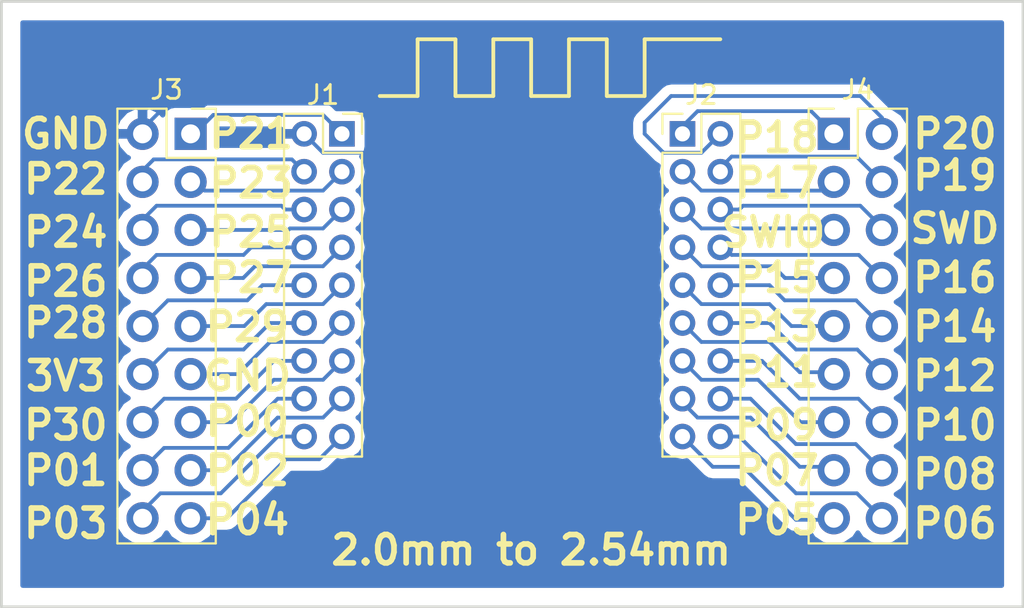
<source format=kicad_pcb>
(kicad_pcb (version 4) (host pcbnew 4.0.6-e0-6349~53~ubuntu16.04.1)

  (general
    (links 36)
    (no_connects 0)
    (area 99.204999 63.184999 153.355001 95.335001)
    (thickness 1.6)
    (drawings 56)
    (tracks 191)
    (zones 0)
    (modules 4)
    (nets 37)
  )

  (page USLetter)
  (title_block
    (rev 0.1)
  )

  (layers
    (0 F.Cu signal)
    (31 B.Cu signal)
    (32 B.Adhes user)
    (33 F.Adhes user)
    (34 B.Paste user)
    (35 F.Paste user)
    (36 B.SilkS user)
    (37 F.SilkS user)
    (38 B.Mask user)
    (39 F.Mask user)
    (40 Dwgs.User user)
    (41 Cmts.User user)
    (42 Eco1.User user)
    (43 Eco2.User user)
    (44 Edge.Cuts user)
    (45 Margin user)
    (46 B.CrtYd user)
    (47 F.CrtYd user)
    (48 B.Fab user)
    (49 F.Fab user)
  )

  (setup
    (last_trace_width 0.2)
    (user_trace_width 0.1)
    (user_trace_width 0.15)
    (user_trace_width 0.2)
    (user_trace_width 0.25)
    (user_trace_width 0.3)
    (trace_clearance 0.2)
    (zone_clearance 0.508)
    (zone_45_only no)
    (trace_min 0.1)
    (segment_width 0.2)
    (edge_width 0.15)
    (via_size 0.6)
    (via_drill 0.4)
    (via_min_size 0.4)
    (via_min_drill 0.3)
    (uvia_size 0.3)
    (uvia_drill 0.1)
    (uvias_allowed no)
    (uvia_min_size 0.2)
    (uvia_min_drill 0.1)
    (pcb_text_width 0.3)
    (pcb_text_size 1.5 1.5)
    (mod_edge_width 0.15)
    (mod_text_size 1 1)
    (mod_text_width 0.15)
    (pad_size 1.35 1.35)
    (pad_drill 0.8)
    (pad_to_mask_clearance 0.2)
    (aux_axis_origin 0 0)
    (visible_elements FFFFFF7F)
    (pcbplotparams
      (layerselection 0x010e0_80000000)
      (usegerberextensions false)
      (excludeedgelayer false)
      (linewidth 0.100000)
      (plotframeref false)
      (viasonmask false)
      (mode 1)
      (useauxorigin false)
      (hpglpennumber 1)
      (hpglpenspeed 20)
      (hpglpendiameter 15)
      (hpglpenoverlay 2)
      (psnegative false)
      (psa4output false)
      (plotreference true)
      (plotvalue true)
      (plotinvisibletext false)
      (padsonsilk false)
      (subtractmaskfromsilk false)
      (outputformat 1)
      (mirror false)
      (drillshape 0)
      (scaleselection 1)
      (outputdirectory pitchAdapterPrint/))
  )

  (net 0 "")
  (net 1 "Net-(J1-Pad1)")
  (net 2 "Net-(J1-Pad2)")
  (net 3 "Net-(J1-Pad3)")
  (net 4 "Net-(J1-Pad4)")
  (net 5 "Net-(J1-Pad5)")
  (net 6 "Net-(J1-Pad6)")
  (net 7 "Net-(J1-Pad7)")
  (net 8 "Net-(J1-Pad8)")
  (net 9 "Net-(J1-Pad9)")
  (net 10 "Net-(J1-Pad10)")
  (net 11 "Net-(J1-Pad11)")
  (net 12 "Net-(J1-Pad12)")
  (net 13 "Net-(J1-Pad13)")
  (net 14 "Net-(J1-Pad14)")
  (net 15 "Net-(J1-Pad15)")
  (net 16 "Net-(J1-Pad16)")
  (net 17 "Net-(J1-Pad17)")
  (net 18 "Net-(J1-Pad18)")
  (net 19 "Net-(J2-Pad1)")
  (net 20 "Net-(J2-Pad2)")
  (net 21 "Net-(J2-Pad3)")
  (net 22 "Net-(J2-Pad4)")
  (net 23 "Net-(J2-Pad5)")
  (net 24 "Net-(J2-Pad6)")
  (net 25 "Net-(J2-Pad7)")
  (net 26 "Net-(J2-Pad8)")
  (net 27 "Net-(J2-Pad9)")
  (net 28 "Net-(J2-Pad10)")
  (net 29 "Net-(J2-Pad11)")
  (net 30 "Net-(J2-Pad12)")
  (net 31 "Net-(J2-Pad13)")
  (net 32 "Net-(J2-Pad14)")
  (net 33 "Net-(J2-Pad15)")
  (net 34 "Net-(J2-Pad16)")
  (net 35 "Net-(J2-Pad17)")
  (net 36 "Net-(J2-Pad18)")

  (net_class Default "This is the default net class."
    (clearance 0.2)
    (trace_width 0.25)
    (via_dia 0.6)
    (via_drill 0.4)
    (uvia_dia 0.3)
    (uvia_drill 0.1)
    (add_net "Net-(J1-Pad1)")
    (add_net "Net-(J1-Pad10)")
    (add_net "Net-(J1-Pad11)")
    (add_net "Net-(J1-Pad12)")
    (add_net "Net-(J1-Pad13)")
    (add_net "Net-(J1-Pad14)")
    (add_net "Net-(J1-Pad15)")
    (add_net "Net-(J1-Pad16)")
    (add_net "Net-(J1-Pad17)")
    (add_net "Net-(J1-Pad18)")
    (add_net "Net-(J1-Pad2)")
    (add_net "Net-(J1-Pad3)")
    (add_net "Net-(J1-Pad4)")
    (add_net "Net-(J1-Pad5)")
    (add_net "Net-(J1-Pad6)")
    (add_net "Net-(J1-Pad7)")
    (add_net "Net-(J1-Pad8)")
    (add_net "Net-(J1-Pad9)")
    (add_net "Net-(J2-Pad1)")
    (add_net "Net-(J2-Pad10)")
    (add_net "Net-(J2-Pad11)")
    (add_net "Net-(J2-Pad12)")
    (add_net "Net-(J2-Pad13)")
    (add_net "Net-(J2-Pad14)")
    (add_net "Net-(J2-Pad15)")
    (add_net "Net-(J2-Pad16)")
    (add_net "Net-(J2-Pad17)")
    (add_net "Net-(J2-Pad18)")
    (add_net "Net-(J2-Pad2)")
    (add_net "Net-(J2-Pad3)")
    (add_net "Net-(J2-Pad4)")
    (add_net "Net-(J2-Pad5)")
    (add_net "Net-(J2-Pad6)")
    (add_net "Net-(J2-Pad7)")
    (add_net "Net-(J2-Pad8)")
    (add_net "Net-(J2-Pad9)")
  )

  (module Socket_Strips:Socket_Strip_Straight_2x09_Pitch2.00mm (layer F.Cu) (tedit 58CD5450) (tstamp 5941B04B)
    (at 117.28 70.26)
    (descr "Through hole straight socket strip, 2x09, 2.00mm pitch, double rows")
    (tags "Through hole socket strip THT 2x09 2.00mm double row")
    (path /594057EB)
    (fp_text reference J1 (at -1 -2.06) (layer F.SilkS)
      (effects (font (size 1 1) (thickness 0.15)))
    )
    (fp_text value CONN_02X09 (at -1 18.06) (layer F.Fab)
      (effects (font (size 1 1) (thickness 0.15)))
    )
    (fp_line (start -3 -1) (end -3 17) (layer F.Fab) (width 0.1))
    (fp_line (start -3 17) (end 1 17) (layer F.Fab) (width 0.1))
    (fp_line (start 1 17) (end 1 -1) (layer F.Fab) (width 0.1))
    (fp_line (start 1 -1) (end -3 -1) (layer F.Fab) (width 0.1))
    (fp_line (start 1.06 1) (end 1.06 17.06) (layer F.SilkS) (width 0.12))
    (fp_line (start 1.06 17.06) (end -3.06 17.06) (layer F.SilkS) (width 0.12))
    (fp_line (start -3.06 17.06) (end -3.06 -1.06) (layer F.SilkS) (width 0.12))
    (fp_line (start -3.06 -1.06) (end -1 -1.06) (layer F.SilkS) (width 0.12))
    (fp_line (start -1 -1.06) (end -1 1) (layer F.SilkS) (width 0.12))
    (fp_line (start -1 1) (end 1.06 1) (layer F.SilkS) (width 0.12))
    (fp_line (start 1.06 0) (end 1.06 -1.06) (layer F.SilkS) (width 0.12))
    (fp_line (start 1.06 -1.06) (end 0.06 -1.06) (layer F.SilkS) (width 0.12))
    (fp_line (start -3.5 -1.5) (end -3.5 17.5) (layer F.CrtYd) (width 0.05))
    (fp_line (start -3.5 17.5) (end 1.5 17.5) (layer F.CrtYd) (width 0.05))
    (fp_line (start 1.5 17.5) (end 1.5 -1.5) (layer F.CrtYd) (width 0.05))
    (fp_line (start 1.5 -1.5) (end -3.5 -1.5) (layer F.CrtYd) (width 0.05))
    (fp_text user %R (at -1 -2.06) (layer F.Fab)
      (effects (font (size 1 1) (thickness 0.15)))
    )
    (pad 1 thru_hole rect (at 0 0) (size 1.35 1.35) (drill 0.8) (layers *.Cu *.Mask)
      (net 1 "Net-(J1-Pad1)"))
    (pad 2 thru_hole oval (at -2 0) (size 1.35 1.35) (drill 0.8) (layers *.Cu *.Mask)
      (net 2 "Net-(J1-Pad2)"))
    (pad 3 thru_hole oval (at 0 2) (size 1.35 1.35) (drill 0.8) (layers *.Cu *.Mask)
      (net 3 "Net-(J1-Pad3)"))
    (pad 4 thru_hole oval (at -2 2) (size 1.35 1.35) (drill 0.8) (layers *.Cu *.Mask)
      (net 4 "Net-(J1-Pad4)"))
    (pad 5 thru_hole oval (at 0 4) (size 1.35 1.35) (drill 0.8) (layers *.Cu *.Mask)
      (net 5 "Net-(J1-Pad5)"))
    (pad 6 thru_hole oval (at -2 4) (size 1.35 1.35) (drill 0.8) (layers *.Cu *.Mask)
      (net 6 "Net-(J1-Pad6)"))
    (pad 7 thru_hole oval (at 0 6) (size 1.35 1.35) (drill 0.8) (layers *.Cu *.Mask)
      (net 7 "Net-(J1-Pad7)"))
    (pad 8 thru_hole oval (at -2 6) (size 1.35 1.35) (drill 0.8) (layers *.Cu *.Mask)
      (net 8 "Net-(J1-Pad8)"))
    (pad 9 thru_hole oval (at 0 8) (size 1.35 1.35) (drill 0.8) (layers *.Cu *.Mask)
      (net 9 "Net-(J1-Pad9)"))
    (pad 10 thru_hole oval (at -2 8) (size 1.35 1.35) (drill 0.8) (layers *.Cu *.Mask)
      (net 10 "Net-(J1-Pad10)"))
    (pad 11 thru_hole oval (at 0 10) (size 1.35 1.35) (drill 0.8) (layers *.Cu *.Mask)
      (net 11 "Net-(J1-Pad11)"))
    (pad 12 thru_hole oval (at -2 10) (size 1.35 1.35) (drill 0.8) (layers *.Cu *.Mask)
      (net 12 "Net-(J1-Pad12)"))
    (pad 13 thru_hole oval (at 0 12) (size 1.35 1.35) (drill 0.8) (layers *.Cu *.Mask)
      (net 13 "Net-(J1-Pad13)"))
    (pad 14 thru_hole oval (at -2 12) (size 1.35 1.35) (drill 0.8) (layers *.Cu *.Mask)
      (net 14 "Net-(J1-Pad14)"))
    (pad 15 thru_hole oval (at 0 14) (size 1.35 1.35) (drill 0.8) (layers *.Cu *.Mask)
      (net 15 "Net-(J1-Pad15)"))
    (pad 16 thru_hole oval (at -2 14) (size 1.35 1.35) (drill 0.8) (layers *.Cu *.Mask)
      (net 16 "Net-(J1-Pad16)"))
    (pad 17 thru_hole oval (at 0 16) (size 1.35 1.35) (drill 0.8) (layers *.Cu *.Mask)
      (net 17 "Net-(J1-Pad17)"))
    (pad 18 thru_hole oval (at -2 16) (size 1.35 1.35) (drill 0.8) (layers *.Cu *.Mask)
      (net 18 "Net-(J1-Pad18)"))
    (model ${KISYS3DMOD}/Socket_Strips.3dshapes/Socket_Strip_Straight_2x09_Pitch2.00mm.wrl
      (at (xyz 0 0 0))
      (scale (xyz 1 1 1))
      (rotate (xyz 0 0 0))
    )
  )

  (module Pin_Headers:Pin_Header_Straight_2x09_Pitch2.00mm (layer F.Cu) (tedit 58CD4ECD) (tstamp 5941B061)
    (at 135.28 70.26)
    (descr "Through hole straight pin header, 2x09, 2.00mm pitch, double rows")
    (tags "Through hole pin header THT 2x09 2.00mm double row")
    (path /5941AE08)
    (fp_text reference J2 (at 1 -2.06) (layer F.SilkS)
      (effects (font (size 1 1) (thickness 0.15)))
    )
    (fp_text value CONN_02X09 (at 1 18.06) (layer F.Fab)
      (effects (font (size 1 1) (thickness 0.15)))
    )
    (fp_line (start -1 -1) (end -1 17) (layer F.Fab) (width 0.1))
    (fp_line (start -1 17) (end 3 17) (layer F.Fab) (width 0.1))
    (fp_line (start 3 17) (end 3 -1) (layer F.Fab) (width 0.1))
    (fp_line (start 3 -1) (end -1 -1) (layer F.Fab) (width 0.1))
    (fp_line (start -1.06 1) (end -1.06 17.06) (layer F.SilkS) (width 0.12))
    (fp_line (start -1.06 17.06) (end 3.06 17.06) (layer F.SilkS) (width 0.12))
    (fp_line (start 3.06 17.06) (end 3.06 -1.06) (layer F.SilkS) (width 0.12))
    (fp_line (start 3.06 -1.06) (end 1 -1.06) (layer F.SilkS) (width 0.12))
    (fp_line (start 1 -1.06) (end 1 1) (layer F.SilkS) (width 0.12))
    (fp_line (start 1 1) (end -1.06 1) (layer F.SilkS) (width 0.12))
    (fp_line (start -1.06 0) (end -1.06 -1.06) (layer F.SilkS) (width 0.12))
    (fp_line (start -1.06 -1.06) (end 0 -1.06) (layer F.SilkS) (width 0.12))
    (fp_line (start -1.5 -1.5) (end -1.5 17.5) (layer F.CrtYd) (width 0.05))
    (fp_line (start -1.5 17.5) (end 3.5 17.5) (layer F.CrtYd) (width 0.05))
    (fp_line (start 3.5 17.5) (end 3.5 -1.5) (layer F.CrtYd) (width 0.05))
    (fp_line (start 3.5 -1.5) (end -1.5 -1.5) (layer F.CrtYd) (width 0.05))
    (fp_text user %R (at 1 -2.06) (layer F.Fab)
      (effects (font (size 1 1) (thickness 0.15)))
    )
    (pad 1 thru_hole rect (at 0 0) (size 1.35 1.35) (drill 0.8) (layers *.Cu *.Mask)
      (net 19 "Net-(J2-Pad1)"))
    (pad 2 thru_hole oval (at 2 0) (size 1.35 1.35) (drill 0.8) (layers *.Cu *.Mask)
      (net 20 "Net-(J2-Pad2)"))
    (pad 3 thru_hole oval (at 0 2) (size 1.35 1.35) (drill 0.8) (layers *.Cu *.Mask)
      (net 21 "Net-(J2-Pad3)"))
    (pad 4 thru_hole oval (at 2 2) (size 1.35 1.35) (drill 0.8) (layers *.Cu *.Mask)
      (net 22 "Net-(J2-Pad4)"))
    (pad 5 thru_hole oval (at 0 4) (size 1.35 1.35) (drill 0.8) (layers *.Cu *.Mask)
      (net 23 "Net-(J2-Pad5)"))
    (pad 6 thru_hole oval (at 2 4) (size 1.35 1.35) (drill 0.8) (layers *.Cu *.Mask)
      (net 24 "Net-(J2-Pad6)"))
    (pad 7 thru_hole oval (at 0 6) (size 1.35 1.35) (drill 0.8) (layers *.Cu *.Mask)
      (net 25 "Net-(J2-Pad7)"))
    (pad 8 thru_hole oval (at 2 6) (size 1.35 1.35) (drill 0.8) (layers *.Cu *.Mask)
      (net 26 "Net-(J2-Pad8)"))
    (pad 9 thru_hole oval (at 0 8) (size 1.35 1.35) (drill 0.8) (layers *.Cu *.Mask)
      (net 27 "Net-(J2-Pad9)"))
    (pad 10 thru_hole oval (at 2 8) (size 1.35 1.35) (drill 0.8) (layers *.Cu *.Mask)
      (net 28 "Net-(J2-Pad10)"))
    (pad 11 thru_hole oval (at 0 10) (size 1.35 1.35) (drill 0.8) (layers *.Cu *.Mask)
      (net 29 "Net-(J2-Pad11)"))
    (pad 12 thru_hole oval (at 2 10) (size 1.35 1.35) (drill 0.8) (layers *.Cu *.Mask)
      (net 30 "Net-(J2-Pad12)"))
    (pad 13 thru_hole oval (at 0 12) (size 1.35 1.35) (drill 0.8) (layers *.Cu *.Mask)
      (net 31 "Net-(J2-Pad13)"))
    (pad 14 thru_hole oval (at 2 12) (size 1.35 1.35) (drill 0.8) (layers *.Cu *.Mask)
      (net 32 "Net-(J2-Pad14)"))
    (pad 15 thru_hole oval (at 0 14) (size 1.35 1.35) (drill 0.8) (layers *.Cu *.Mask)
      (net 33 "Net-(J2-Pad15)"))
    (pad 16 thru_hole oval (at 2 14) (size 1.35 1.35) (drill 0.8) (layers *.Cu *.Mask)
      (net 34 "Net-(J2-Pad16)"))
    (pad 17 thru_hole oval (at 0 16) (size 1.35 1.35) (drill 0.8) (layers *.Cu *.Mask)
      (net 35 "Net-(J2-Pad17)"))
    (pad 18 thru_hole oval (at 2 16) (size 1.35 1.35) (drill 0.8) (layers *.Cu *.Mask)
      (net 36 "Net-(J2-Pad18)"))
    (model ${KISYS3DMOD}/Pin_Headers.3dshapes/Pin_Header_Straight_2x09_Pitch2.00mm.wrl
      (at (xyz 0 0 0))
      (scale (xyz 1 1 1))
      (rotate (xyz 0 0 0))
    )
  )

  (module Socket_Strips:Socket_Strip_Straight_2x09_Pitch2.54mm (layer F.Cu) (tedit 58CD5449) (tstamp 5941B077)
    (at 109.28 70.26)
    (descr "Through hole straight socket strip, 2x09, 2.54mm pitch, double rows")
    (tags "Through hole socket strip THT 2x09 2.54mm double row")
    (path /59405768)
    (fp_text reference J3 (at -1.27 -2.33) (layer F.SilkS)
      (effects (font (size 1 1) (thickness 0.15)))
    )
    (fp_text value CONN_02X09 (at -1.27 22.65) (layer F.Fab)
      (effects (font (size 1 1) (thickness 0.15)))
    )
    (fp_line (start -3.81 -1.27) (end -3.81 21.59) (layer F.Fab) (width 0.1))
    (fp_line (start -3.81 21.59) (end 1.27 21.59) (layer F.Fab) (width 0.1))
    (fp_line (start 1.27 21.59) (end 1.27 -1.27) (layer F.Fab) (width 0.1))
    (fp_line (start 1.27 -1.27) (end -3.81 -1.27) (layer F.Fab) (width 0.1))
    (fp_line (start 1.33 1.27) (end 1.33 21.65) (layer F.SilkS) (width 0.12))
    (fp_line (start 1.33 21.65) (end -3.87 21.65) (layer F.SilkS) (width 0.12))
    (fp_line (start -3.87 21.65) (end -3.87 -1.33) (layer F.SilkS) (width 0.12))
    (fp_line (start -3.87 -1.33) (end -1.27 -1.33) (layer F.SilkS) (width 0.12))
    (fp_line (start -1.27 -1.33) (end -1.27 1.27) (layer F.SilkS) (width 0.12))
    (fp_line (start -1.27 1.27) (end 1.33 1.27) (layer F.SilkS) (width 0.12))
    (fp_line (start 1.33 0) (end 1.33 -1.33) (layer F.SilkS) (width 0.12))
    (fp_line (start 1.33 -1.33) (end 0.06 -1.33) (layer F.SilkS) (width 0.12))
    (fp_line (start -4.35 -1.8) (end -4.35 22.1) (layer F.CrtYd) (width 0.05))
    (fp_line (start -4.35 22.1) (end 1.8 22.1) (layer F.CrtYd) (width 0.05))
    (fp_line (start 1.8 22.1) (end 1.8 -1.8) (layer F.CrtYd) (width 0.05))
    (fp_line (start 1.8 -1.8) (end -4.35 -1.8) (layer F.CrtYd) (width 0.05))
    (fp_text user %R (at -1.27 -2.33) (layer F.Fab)
      (effects (font (size 1 1) (thickness 0.15)))
    )
    (pad 1 thru_hole rect (at 0 0) (size 1.7 1.7) (drill 1) (layers *.Cu *.Mask)
      (net 1 "Net-(J1-Pad1)"))
    (pad 2 thru_hole oval (at -2.54 0) (size 1.7 1.7) (drill 1) (layers *.Cu *.Mask)
      (net 2 "Net-(J1-Pad2)"))
    (pad 3 thru_hole oval (at 0 2.54) (size 1.7 1.7) (drill 1) (layers *.Cu *.Mask)
      (net 3 "Net-(J1-Pad3)"))
    (pad 4 thru_hole oval (at -2.54 2.54) (size 1.7 1.7) (drill 1) (layers *.Cu *.Mask)
      (net 4 "Net-(J1-Pad4)"))
    (pad 5 thru_hole oval (at 0 5.08) (size 1.7 1.7) (drill 1) (layers *.Cu *.Mask)
      (net 5 "Net-(J1-Pad5)"))
    (pad 6 thru_hole oval (at -2.54 5.08) (size 1.7 1.7) (drill 1) (layers *.Cu *.Mask)
      (net 6 "Net-(J1-Pad6)"))
    (pad 7 thru_hole oval (at 0 7.62) (size 1.7 1.7) (drill 1) (layers *.Cu *.Mask)
      (net 7 "Net-(J1-Pad7)"))
    (pad 8 thru_hole oval (at -2.54 7.62) (size 1.7 1.7) (drill 1) (layers *.Cu *.Mask)
      (net 8 "Net-(J1-Pad8)"))
    (pad 9 thru_hole oval (at 0 10.16) (size 1.7 1.7) (drill 1) (layers *.Cu *.Mask)
      (net 9 "Net-(J1-Pad9)"))
    (pad 10 thru_hole oval (at -2.54 10.16) (size 1.7 1.7) (drill 1) (layers *.Cu *.Mask)
      (net 10 "Net-(J1-Pad10)"))
    (pad 11 thru_hole oval (at 0 12.7) (size 1.7 1.7) (drill 1) (layers *.Cu *.Mask)
      (net 11 "Net-(J1-Pad11)"))
    (pad 12 thru_hole oval (at -2.54 12.7) (size 1.7 1.7) (drill 1) (layers *.Cu *.Mask)
      (net 12 "Net-(J1-Pad12)"))
    (pad 13 thru_hole oval (at 0 15.24) (size 1.7 1.7) (drill 1) (layers *.Cu *.Mask)
      (net 13 "Net-(J1-Pad13)"))
    (pad 14 thru_hole oval (at -2.54 15.24) (size 1.7 1.7) (drill 1) (layers *.Cu *.Mask)
      (net 14 "Net-(J1-Pad14)"))
    (pad 15 thru_hole oval (at 0 17.78) (size 1.7 1.7) (drill 1) (layers *.Cu *.Mask)
      (net 15 "Net-(J1-Pad15)"))
    (pad 16 thru_hole oval (at -2.54 17.78) (size 1.7 1.7) (drill 1) (layers *.Cu *.Mask)
      (net 16 "Net-(J1-Pad16)"))
    (pad 17 thru_hole oval (at 0 20.32) (size 1.7 1.7) (drill 1) (layers *.Cu *.Mask)
      (net 17 "Net-(J1-Pad17)"))
    (pad 18 thru_hole oval (at -2.54 20.32) (size 1.7 1.7) (drill 1) (layers *.Cu *.Mask)
      (net 18 "Net-(J1-Pad18)"))
    (model ${KISYS3DMOD}/Socket_Strips.3dshapes/Socket_Strip_Straight_2x09_Pitch2.54mm.wrl
      (at (xyz -0.05 -0.4 0))
      (scale (xyz 1 1 1))
      (rotate (xyz 0 0 270))
    )
  )

  (module Pin_Headers:Pin_Header_Straight_2x09_Pitch2.54mm (layer F.Cu) (tedit 58CD4EC5) (tstamp 5941B08D)
    (at 143.28 70.26)
    (descr "Through hole straight pin header, 2x09, 2.54mm pitch, double rows")
    (tags "Through hole pin header THT 2x09 2.54mm double row")
    (path /5941AE02)
    (fp_text reference J4 (at 1.27 -2.33) (layer F.SilkS)
      (effects (font (size 1 1) (thickness 0.15)))
    )
    (fp_text value CONN_02X09 (at 1.27 22.65) (layer F.Fab)
      (effects (font (size 1 1) (thickness 0.15)))
    )
    (fp_line (start -1.27 -1.27) (end -1.27 21.59) (layer F.Fab) (width 0.1))
    (fp_line (start -1.27 21.59) (end 3.81 21.59) (layer F.Fab) (width 0.1))
    (fp_line (start 3.81 21.59) (end 3.81 -1.27) (layer F.Fab) (width 0.1))
    (fp_line (start 3.81 -1.27) (end -1.27 -1.27) (layer F.Fab) (width 0.1))
    (fp_line (start -1.33 1.27) (end -1.33 21.65) (layer F.SilkS) (width 0.12))
    (fp_line (start -1.33 21.65) (end 3.87 21.65) (layer F.SilkS) (width 0.12))
    (fp_line (start 3.87 21.65) (end 3.87 -1.33) (layer F.SilkS) (width 0.12))
    (fp_line (start 3.87 -1.33) (end 1.27 -1.33) (layer F.SilkS) (width 0.12))
    (fp_line (start 1.27 -1.33) (end 1.27 1.27) (layer F.SilkS) (width 0.12))
    (fp_line (start 1.27 1.27) (end -1.33 1.27) (layer F.SilkS) (width 0.12))
    (fp_line (start -1.33 0) (end -1.33 -1.33) (layer F.SilkS) (width 0.12))
    (fp_line (start -1.33 -1.33) (end 0 -1.33) (layer F.SilkS) (width 0.12))
    (fp_line (start -1.8 -1.8) (end -1.8 22.1) (layer F.CrtYd) (width 0.05))
    (fp_line (start -1.8 22.1) (end 4.35 22.1) (layer F.CrtYd) (width 0.05))
    (fp_line (start 4.35 22.1) (end 4.35 -1.8) (layer F.CrtYd) (width 0.05))
    (fp_line (start 4.35 -1.8) (end -1.8 -1.8) (layer F.CrtYd) (width 0.05))
    (fp_text user %R (at 1.27 -2.33) (layer F.Fab)
      (effects (font (size 1 1) (thickness 0.15)))
    )
    (pad 1 thru_hole rect (at 0 0) (size 1.7 1.7) (drill 1) (layers *.Cu *.Mask)
      (net 19 "Net-(J2-Pad1)"))
    (pad 2 thru_hole oval (at 2.54 0) (size 1.7 1.7) (drill 1) (layers *.Cu *.Mask)
      (net 20 "Net-(J2-Pad2)"))
    (pad 3 thru_hole oval (at 0 2.54) (size 1.7 1.7) (drill 1) (layers *.Cu *.Mask)
      (net 21 "Net-(J2-Pad3)"))
    (pad 4 thru_hole oval (at 2.54 2.54) (size 1.7 1.7) (drill 1) (layers *.Cu *.Mask)
      (net 22 "Net-(J2-Pad4)"))
    (pad 5 thru_hole oval (at 0 5.08) (size 1.7 1.7) (drill 1) (layers *.Cu *.Mask)
      (net 23 "Net-(J2-Pad5)"))
    (pad 6 thru_hole oval (at 2.54 5.08) (size 1.7 1.7) (drill 1) (layers *.Cu *.Mask)
      (net 24 "Net-(J2-Pad6)"))
    (pad 7 thru_hole oval (at 0 7.62) (size 1.7 1.7) (drill 1) (layers *.Cu *.Mask)
      (net 25 "Net-(J2-Pad7)"))
    (pad 8 thru_hole oval (at 2.54 7.62) (size 1.7 1.7) (drill 1) (layers *.Cu *.Mask)
      (net 26 "Net-(J2-Pad8)"))
    (pad 9 thru_hole oval (at 0 10.16) (size 1.7 1.7) (drill 1) (layers *.Cu *.Mask)
      (net 27 "Net-(J2-Pad9)"))
    (pad 10 thru_hole oval (at 2.54 10.16) (size 1.7 1.7) (drill 1) (layers *.Cu *.Mask)
      (net 28 "Net-(J2-Pad10)"))
    (pad 11 thru_hole oval (at 0 12.7) (size 1.7 1.7) (drill 1) (layers *.Cu *.Mask)
      (net 29 "Net-(J2-Pad11)"))
    (pad 12 thru_hole oval (at 2.54 12.7) (size 1.7 1.7) (drill 1) (layers *.Cu *.Mask)
      (net 30 "Net-(J2-Pad12)"))
    (pad 13 thru_hole oval (at 0 15.24) (size 1.7 1.7) (drill 1) (layers *.Cu *.Mask)
      (net 31 "Net-(J2-Pad13)"))
    (pad 14 thru_hole oval (at 2.54 15.24) (size 1.7 1.7) (drill 1) (layers *.Cu *.Mask)
      (net 32 "Net-(J2-Pad14)"))
    (pad 15 thru_hole oval (at 0 17.78) (size 1.7 1.7) (drill 1) (layers *.Cu *.Mask)
      (net 33 "Net-(J2-Pad15)"))
    (pad 16 thru_hole oval (at 2.54 17.78) (size 1.7 1.7) (drill 1) (layers *.Cu *.Mask)
      (net 34 "Net-(J2-Pad16)"))
    (pad 17 thru_hole oval (at 0 20.32) (size 1.7 1.7) (drill 1) (layers *.Cu *.Mask)
      (net 35 "Net-(J2-Pad17)"))
    (pad 18 thru_hole oval (at 2.54 20.32) (size 1.7 1.7) (drill 1) (layers *.Cu *.Mask)
      (net 36 "Net-(J2-Pad18)"))
    (model ${KISYS3DMOD}/Pin_Headers.3dshapes/Pin_Header_Straight_2x09_Pitch2.54mm.wrl
      (at (xyz 0.05 -0.4 0))
      (scale (xyz 1 1 1))
      (rotate (xyz 0 0 90))
    )
  )

  (gr_line (start 99.28 63.26) (end 153.28 63.26) (angle 90) (layer Edge.Cuts) (width 0.15))
  (gr_line (start 99.28 95.26) (end 99.28 63.26) (angle 90) (layer Edge.Cuts) (width 0.15))
  (gr_line (start 153.28 95.26) (end 99.28 95.26) (angle 90) (layer Edge.Cuts) (width 0.15))
  (gr_line (start 153.28 63.26) (end 153.28 95.26) (angle 90) (layer Edge.Cuts) (width 0.15))
  (gr_text "2.0mm to 2.54mm" (at 127.28 92.26) (layer F.SilkS)
    (effects (font (size 1.5 1.5) (thickness 0.3)))
  )
  (gr_line (start 133.28 65.26) (end 137.28 65.26) (angle 90) (layer F.SilkS) (width 0.2))
  (gr_line (start 133.28 68.26) (end 133.28 65.26) (angle 90) (layer F.SilkS) (width 0.2))
  (gr_line (start 131.28 68.26) (end 133.28 68.26) (angle 90) (layer F.SilkS) (width 0.2))
  (gr_line (start 131.28 65.26) (end 131.28 68.26) (angle 90) (layer F.SilkS) (width 0.2))
  (gr_line (start 129.28 65.26) (end 131.28 65.26) (angle 90) (layer F.SilkS) (width 0.2))
  (gr_line (start 129.28 68.26) (end 129.28 65.26) (angle 90) (layer F.SilkS) (width 0.2))
  (gr_line (start 127.28 68.26) (end 129.28 68.26) (angle 90) (layer F.SilkS) (width 0.2))
  (gr_line (start 127.28 65.26) (end 127.28 68.26) (angle 90) (layer F.SilkS) (width 0.2))
  (gr_line (start 125.28 65.26) (end 127.28 65.26) (angle 90) (layer F.SilkS) (width 0.2))
  (gr_line (start 125.28 68.26) (end 125.28 65.26) (angle 90) (layer F.SilkS) (width 0.2))
  (gr_line (start 123.28 68.26) (end 125.28 68.26) (angle 90) (layer F.SilkS) (width 0.2))
  (gr_line (start 123.28 65.26) (end 123.28 68.26) (angle 90) (layer F.SilkS) (width 0.2))
  (gr_line (start 121.28 65.26) (end 123.28 65.26) (angle 90) (layer F.SilkS) (width 0.2))
  (gr_line (start 121.28 68.26) (end 121.28 65.26) (angle 90) (layer F.SilkS) (width 0.2))
  (gr_line (start 119.28 68.26) (end 121.28 68.26) (angle 90) (layer F.SilkS) (width 0.2))
  (gr_text P06 (at 149.68 90.86) (layer F.SilkS)
    (effects (font (size 1.5 1.5) (thickness 0.3)))
  )
  (gr_text P08 (at 149.68 88.26) (layer F.SilkS)
    (effects (font (size 1.5 1.5) (thickness 0.3)))
  )
  (gr_text P10 (at 149.68 85.66) (layer F.SilkS)
    (effects (font (size 1.5 1.5) (thickness 0.3)))
  )
  (gr_text P12 (at 149.68 83.06) (layer F.SilkS)
    (effects (font (size 1.5 1.5) (thickness 0.3)))
  )
  (gr_text P14 (at 149.68 80.46) (layer F.SilkS)
    (effects (font (size 1.5 1.5) (thickness 0.3)))
  )
  (gr_text P16 (at 149.68 77.86) (layer F.SilkS)
    (effects (font (size 1.5 1.5) (thickness 0.3)))
  )
  (gr_text SWD (at 149.68 75.26) (layer F.SilkS)
    (effects (font (size 1.5 1.5) (thickness 0.3)))
  )
  (gr_text P19 (at 149.68 72.46) (layer F.SilkS)
    (effects (font (size 1.5 1.5) (thickness 0.3)))
  )
  (gr_text P20 (at 149.68 70.26) (layer F.SilkS)
    (effects (font (size 1.5 1.5) (thickness 0.3)))
  )
  (gr_text P05 (at 140.28 90.66) (layer F.SilkS)
    (effects (font (size 1.5 1.5) (thickness 0.3)))
  )
  (gr_text P07 (at 140.28 88.06) (layer F.SilkS)
    (effects (font (size 1.5 1.5) (thickness 0.3)))
  )
  (gr_text P09 (at 140.28 85.66) (layer F.SilkS)
    (effects (font (size 1.5 1.5) (thickness 0.3)))
  )
  (gr_text P11 (at 140.28 82.86) (layer F.SilkS)
    (effects (font (size 1.5 1.5) (thickness 0.3)))
  )
  (gr_text P13 (at 140.28 80.46) (layer F.SilkS)
    (effects (font (size 1.5 1.5) (thickness 0.3)))
  )
  (gr_text P15 (at 140.28 77.86) (layer F.SilkS)
    (effects (font (size 1.5 1.5) (thickness 0.3)))
  )
  (gr_text SWIO (at 140.08 75.46) (layer F.SilkS)
    (effects (font (size 1.5 1.5) (thickness 0.3)))
  )
  (gr_text P17 (at 140.28 72.86) (layer F.SilkS)
    (effects (font (size 1.5 1.5) (thickness 0.3)))
  )
  (gr_text P18 (at 140.28 70.46) (layer F.SilkS)
    (effects (font (size 1.5 1.5) (thickness 0.3)))
  )
  (gr_text P04 (at 112.28 90.66) (layer F.SilkS)
    (effects (font (size 1.5 1.5) (thickness 0.3)))
  )
  (gr_text P02 (at 112.28 88.06) (layer F.SilkS)
    (effects (font (size 1.5 1.5) (thickness 0.3)))
  )
  (gr_text P00 (at 112.28 85.46) (layer F.SilkS)
    (effects (font (size 1.5 1.5) (thickness 0.3)))
  )
  (gr_text GND (at 112.28 83.06) (layer F.SilkS)
    (effects (font (size 1.5 1.5) (thickness 0.3)))
  )
  (gr_text P29 (at 112.28 80.46) (layer F.SilkS)
    (effects (font (size 1.5 1.5) (thickness 0.3)))
  )
  (gr_text P27 (at 112.48 77.86) (layer F.SilkS)
    (effects (font (size 1.5 1.5) (thickness 0.3)))
  )
  (gr_text P25 (at 112.48 75.46) (layer F.SilkS)
    (effects (font (size 1.5 1.5) (thickness 0.3)))
  )
  (gr_text P23 (at 112.48 72.86) (layer F.SilkS)
    (effects (font (size 1.5 1.5) (thickness 0.3)))
  )
  (gr_text P21 (at 112.48 70.26) (layer F.SilkS)
    (effects (font (size 1.5 1.5) (thickness 0.3)))
  )
  (gr_text P03 (at 102.68 90.86) (layer F.SilkS)
    (effects (font (size 1.5 1.5) (thickness 0.3)))
  )
  (gr_text P01 (at 102.68 88.06) (layer F.SilkS)
    (effects (font (size 1.5 1.5) (thickness 0.3)))
  )
  (gr_text P30 (at 102.68 85.66) (layer F.SilkS)
    (effects (font (size 1.5 1.5) (thickness 0.3)))
  )
  (gr_text 3V3 (at 102.68 83.06) (layer F.SilkS)
    (effects (font (size 1.5 1.5) (thickness 0.3)))
  )
  (gr_text "P28\n" (at 102.68 80.26) (layer F.SilkS)
    (effects (font (size 1.5 1.5) (thickness 0.3)))
  )
  (gr_text "P26\n" (at 102.68 78.06) (layer F.SilkS)
    (effects (font (size 1.5 1.5) (thickness 0.3)))
  )
  (gr_text "P24\n" (at 102.68 75.46) (layer F.SilkS)
    (effects (font (size 1.5 1.5) (thickness 0.3)))
  )
  (gr_text "P22\n" (at 102.68 72.66) (layer F.SilkS)
    (effects (font (size 1.5 1.5) (thickness 0.3)))
  )
  (gr_text GND (at 102.68 70.26) (layer F.SilkS)
    (effects (font (size 1.5 1.5) (thickness 0.3)))
  )

  (segment (start 109.28 70.26) (end 109.48 70.26) (width 0.2) (layer B.Cu) (net 1))
  (segment (start 109.48 70.26) (end 110.48 69.26) (width 0.2) (layer B.Cu) (net 1) (tstamp 5942A3AD))
  (segment (start 110.48 69.26) (end 116.28 69.26) (width 0.2) (layer B.Cu) (net 1) (tstamp 5942A3AE))
  (segment (start 116.28 69.26) (end 117.28 70.26) (width 0.2) (layer B.Cu) (net 1) (tstamp 5942A3B2))
  (segment (start 106.74 70.26) (end 106.74 70) (width 0.2) (layer B.Cu) (net 2))
  (segment (start 106.74 70) (end 108.08 68.66) (width 0.2) (layer B.Cu) (net 2) (tstamp 5942A38C))
  (segment (start 108.08 68.66) (end 118.08 68.66) (width 0.2) (layer B.Cu) (net 2) (tstamp 5942A393))
  (segment (start 118.08 68.66) (end 119.28 69.86) (width 0.2) (layer B.Cu) (net 2) (tstamp 5942A39D))
  (segment (start 119.28 69.86) (end 119.28 70.46) (width 0.2) (layer B.Cu) (net 2) (tstamp 5942A3A3))
  (segment (start 119.28 70.46) (end 118.48 71.26) (width 0.2) (layer B.Cu) (net 2) (tstamp 5942A3A5))
  (segment (start 118.48 71.26) (end 116.28 71.26) (width 0.2) (layer B.Cu) (net 2) (tstamp 5942A3A6))
  (segment (start 116.28 71.26) (end 115.28 70.26) (width 0.2) (layer B.Cu) (net 2) (tstamp 5942A3A9))
  (segment (start 109.28 72.8) (end 109.57 72.8) (width 0.2) (layer B.Cu) (net 3))
  (segment (start 109.57 72.8) (end 110.03 73.26) (width 0.2) (layer B.Cu) (net 3) (tstamp 5942A29A))
  (segment (start 110.03 73.26) (end 116.28 73.26) (width 0.2) (layer B.Cu) (net 3) (tstamp 5942A29B))
  (segment (start 116.28 73.26) (end 117.28 72.26) (width 0.2) (layer B.Cu) (net 3) (tstamp 5942A29D))
  (segment (start 109.57 72.8) (end 110.03 73.26) (width 0.15) (layer B.Cu) (net 3) (tstamp 5942A1EE))
  (segment (start 109.57 72.8) (end 110.03 73.26) (width 0.1) (layer B.Cu) (net 3) (tstamp 5941B7DB))
  (segment (start 116.28 73.26) (end 117.28 72.26) (width 0.1) (layer B.Cu) (net 3) (tstamp 5941B7E3))
  (segment (start 106.74 72.8) (end 106.74 72.2) (width 0.2) (layer B.Cu) (net 4))
  (segment (start 106.74 72.2) (end 107.329998 71.610002) (width 0.2) (layer B.Cu) (net 4) (tstamp 5942A2B7))
  (segment (start 114.630002 71.610002) (end 115.28 72.26) (width 0.2) (layer B.Cu) (net 4) (tstamp 5942A2C2))
  (segment (start 107.329998 71.610002) (end 114.630002 71.610002) (width 0.2) (layer B.Cu) (net 4) (tstamp 5942A2BC))
  (segment (start 106.74 72.8) (end 106.74 72.05) (width 0.1) (layer B.Cu) (net 4))
  (segment (start 109.28 75.34) (end 114.36 75.34) (width 0.2) (layer B.Cu) (net 5))
  (segment (start 114.36 75.34) (end 114.45 75.34) (width 0.2) (layer B.Cu) (net 5) (tstamp 5942A287))
  (segment (start 114.45 75.34) (end 114.53 75.26) (width 0.2) (layer B.Cu) (net 5) (tstamp 5942A289))
  (segment (start 114.53 75.26) (end 116.28 75.26) (width 0.2) (layer B.Cu) (net 5) (tstamp 5942A28A))
  (segment (start 116.28 75.26) (end 117.28 74.26) (width 0.2) (layer B.Cu) (net 5) (tstamp 5942A28E))
  (segment (start 114.45 75.34) (end 114.53 75.26) (width 0.15) (layer B.Cu) (net 5) (tstamp 5942A20F))
  (segment (start 114.45 75.34) (end 114.53 75.26) (width 0.1) (layer B.Cu) (net 5) (tstamp 5941B890))
  (segment (start 106.74 75.34) (end 106.74 74.8) (width 0.2) (layer B.Cu) (net 6))
  (segment (start 106.74 74.8) (end 107.48 74.06) (width 0.2) (layer B.Cu) (net 6) (tstamp 5942A292))
  (segment (start 107.48 74.06) (end 114.08 74.06) (width 0.2) (layer B.Cu) (net 6) (tstamp 5942A293))
  (segment (start 114.08 74.06) (end 114.28 74.26) (width 0.2) (layer B.Cu) (net 6) (tstamp 5942A294))
  (segment (start 114.28 74.26) (end 115.28 74.26) (width 0.2) (layer B.Cu) (net 6) (tstamp 5942A297))
  (segment (start 114.08 74.06) (end 114.28 74.26) (width 0.15) (layer B.Cu) (net 6) (tstamp 5942A1FB))
  (segment (start 109.28 77.88) (end 112.06 77.88) (width 0.2) (layer B.Cu) (net 7))
  (segment (start 112.06 77.88) (end 112.68 77.26) (width 0.2) (layer B.Cu) (net 7) (tstamp 5942A27A))
  (segment (start 112.68 77.26) (end 116.28 77.26) (width 0.2) (layer B.Cu) (net 7) (tstamp 5942A27B))
  (segment (start 116.28 77.26) (end 117.28 76.26) (width 0.2) (layer B.Cu) (net 7) (tstamp 5942A27C))
  (segment (start 112.06 77.88) (end 112.68 77.26) (width 0.15) (layer B.Cu) (net 7) (tstamp 5942A22C))
  (segment (start 112.06 77.88) (end 112.68 77.26) (width 0.1) (layer B.Cu) (net 7) (tstamp 5941BADD))
  (segment (start 106.74 77.88) (end 106.74 77.4) (width 0.2) (layer B.Cu) (net 8))
  (segment (start 106.74 77.4) (end 107.48 76.66) (width 0.2) (layer B.Cu) (net 8) (tstamp 5942A73D))
  (segment (start 107.48 76.66) (end 112.08 76.66) (width 0.2) (layer B.Cu) (net 8) (tstamp 5942A742))
  (segment (start 106.74 77.88) (end 106.74 77.8) (width 0.2) (layer B.Cu) (net 8))
  (segment (start 112.08 76.66) (end 112.48 76.26) (width 0.2) (layer B.Cu) (net 8) (tstamp 5942A283))
  (segment (start 112.48 76.26) (end 115.28 76.26) (width 0.2) (layer B.Cu) (net 8) (tstamp 5942A284))
  (segment (start 112.08 76.66) (end 112.48 76.26) (width 0.15) (layer B.Cu) (net 8) (tstamp 5942A220))
  (segment (start 112.08 76.66) (end 112.48 76.26) (width 0.1) (layer B.Cu) (net 8) (tstamp 5941BAF2))
  (segment (start 109.28 80.42) (end 112.12 80.42) (width 0.2) (layer B.Cu) (net 9))
  (segment (start 112.12 80.42) (end 113.28 79.26) (width 0.2) (layer B.Cu) (net 9) (tstamp 5942A26A))
  (segment (start 113.28 79.26) (end 116.28 79.26) (width 0.2) (layer B.Cu) (net 9) (tstamp 5942A26B))
  (segment (start 116.28 79.26) (end 117.28 78.26) (width 0.2) (layer B.Cu) (net 9) (tstamp 5942A26C))
  (segment (start 113.28 79.26) (end 116.28 79.26) (width 0.1) (layer B.Cu) (net 9) (tstamp 5941BA5F))
  (segment (start 106.74 80.42) (end 106.74 80.4) (width 0.2) (layer B.Cu) (net 10))
  (segment (start 106.74 80.4) (end 108.08 79.06) (width 0.2) (layer B.Cu) (net 10) (tstamp 5942A71A))
  (segment (start 108.08 79.06) (end 112.28 79.06) (width 0.2) (layer B.Cu) (net 10) (tstamp 5942A71E))
  (segment (start 112.28 79.06) (end 113.08 78.26) (width 0.2) (layer B.Cu) (net 10) (tstamp 5942A721))
  (segment (start 113.08 78.26) (end 115.28 78.26) (width 0.2) (layer B.Cu) (net 10) (tstamp 5942A723))
  (segment (start 109.28 82.96) (end 111.78 82.96) (width 0.2) (layer B.Cu) (net 11))
  (segment (start 116.28 81.26) (end 117.28 80.26) (width 0.2) (layer B.Cu) (net 11) (tstamp 5942A6DF))
  (segment (start 113.48 81.26) (end 116.28 81.26) (width 0.2) (layer B.Cu) (net 11) (tstamp 5942A6DC))
  (segment (start 111.78 82.96) (end 113.48 81.26) (width 0.2) (layer B.Cu) (net 11) (tstamp 5942A6D8))
  (segment (start 106.74 82.96) (end 106.78 82.96) (width 0.2) (layer B.Cu) (net 12))
  (segment (start 106.78 82.96) (end 108.08 81.66) (width 0.2) (layer B.Cu) (net 12) (tstamp 5942A25F))
  (segment (start 108.08 81.66) (end 112.08 81.66) (width 0.2) (layer B.Cu) (net 12) (tstamp 5942A261))
  (segment (start 112.08 81.66) (end 113.48 80.26) (width 0.2) (layer B.Cu) (net 12) (tstamp 5942A264))
  (segment (start 113.48 80.26) (end 115.28 80.26) (width 0.2) (layer B.Cu) (net 12) (tstamp 5942A266))
  (segment (start 108.08 81.66) (end 112.08 81.66) (width 0.1) (layer B.Cu) (net 12) (tstamp 5941BA97))
  (segment (start 112.08 81.66) (end 113.48 80.26) (width 0.1) (layer B.Cu) (net 12) (tstamp 5941BA9A))
  (segment (start 109.28 85.5) (end 111.44 85.5) (width 0.2) (layer B.Cu) (net 13))
  (segment (start 116.28 83.26) (end 117.28 82.26) (width 0.2) (layer B.Cu) (net 13) (tstamp 5942A6A3))
  (segment (start 113.68 83.26) (end 116.28 83.26) (width 0.2) (layer B.Cu) (net 13) (tstamp 5942A6A1))
  (segment (start 111.44 85.5) (end 113.68 83.26) (width 0.2) (layer B.Cu) (net 13) (tstamp 5942A69E))
  (segment (start 106.74 85.5) (end 106.74 85.4) (width 0.2) (layer B.Cu) (net 14))
  (segment (start 106.74 85.4) (end 107.88 84.26) (width 0.2) (layer B.Cu) (net 14) (tstamp 5942A6B8))
  (segment (start 107.88 84.26) (end 111.68 84.26) (width 0.2) (layer B.Cu) (net 14) (tstamp 5942A6BB))
  (segment (start 111.68 84.26) (end 113.68 82.26) (width 0.2) (layer B.Cu) (net 14) (tstamp 5942A6BE))
  (segment (start 113.68 82.26) (end 115.28 82.26) (width 0.2) (layer B.Cu) (net 14) (tstamp 5942A6C2))
  (segment (start 109.28 88.04) (end 111.1 88.04) (width 0.2) (layer B.Cu) (net 15))
  (segment (start 116.28 85.26) (end 117.28 84.26) (width 0.2) (layer B.Cu) (net 15) (tstamp 5942A66F))
  (segment (start 113.88 85.26) (end 116.28 85.26) (width 0.2) (layer B.Cu) (net 15) (tstamp 5942A66D))
  (segment (start 111.1 88.04) (end 113.88 85.26) (width 0.2) (layer B.Cu) (net 15) (tstamp 5942A667))
  (segment (start 106.74 88.04) (end 106.74 88) (width 0.2) (layer B.Cu) (net 16))
  (segment (start 106.74 88) (end 107.88 86.86) (width 0.2) (layer B.Cu) (net 16) (tstamp 5942A685))
  (segment (start 107.88 86.86) (end 111.28 86.86) (width 0.2) (layer B.Cu) (net 16) (tstamp 5942A68B))
  (segment (start 111.28 86.86) (end 113.88 84.26) (width 0.2) (layer B.Cu) (net 16) (tstamp 5942A68E))
  (segment (start 113.88 84.26) (end 115.28 84.26) (width 0.2) (layer B.Cu) (net 16) (tstamp 5942A692))
  (segment (start 109.28 90.58) (end 111.2 90.58) (width 0.2) (layer B.Cu) (net 17))
  (segment (start 111.2 90.58) (end 114.32 87.46) (width 0.2) (layer B.Cu) (net 17) (tstamp 5942A3F3))
  (segment (start 114.32 87.46) (end 116.08 87.46) (width 0.2) (layer B.Cu) (net 17) (tstamp 5942A3F6))
  (segment (start 116.08 87.46) (end 117.28 86.26) (width 0.2) (layer B.Cu) (net 17) (tstamp 5942A3F9))
  (segment (start 106.74 90.58) (end 106.74 90.2) (width 0.2) (layer B.Cu) (net 18))
  (segment (start 106.74 90.2) (end 107.68 89.26) (width 0.2) (layer B.Cu) (net 18) (tstamp 5942A64C))
  (segment (start 107.68 89.26) (end 110.88 89.26) (width 0.2) (layer B.Cu) (net 18) (tstamp 5942A650))
  (segment (start 110.88 89.26) (end 113.88 86.26) (width 0.2) (layer B.Cu) (net 18) (tstamp 5942A655))
  (segment (start 113.88 86.26) (end 115.28 86.26) (width 0.2) (layer B.Cu) (net 18) (tstamp 5942A658))
  (segment (start 135.28 70.26) (end 135.28 69.86) (width 0.2) (layer B.Cu) (net 19))
  (segment (start 135.28 69.86) (end 136.08 69.06) (width 0.2) (layer B.Cu) (net 19) (tstamp 5942A45E))
  (segment (start 136.08 69.06) (end 142.08 69.06) (width 0.2) (layer B.Cu) (net 19) (tstamp 5942A45F))
  (segment (start 142.08 69.06) (end 143.28 70.26) (width 0.2) (layer B.Cu) (net 19) (tstamp 5942A461))
  (segment (start 145.82 70.26) (end 145.82 69.4) (width 0.2) (layer B.Cu) (net 20))
  (segment (start 136.28 71.26) (end 137.28 70.26) (width 0.2) (layer B.Cu) (net 20) (tstamp 5942A45A))
  (segment (start 134.28 71.26) (end 136.28 71.26) (width 0.2) (layer B.Cu) (net 20) (tstamp 5942A458))
  (segment (start 133.28 70.26) (end 134.28 71.26) (width 0.2) (layer B.Cu) (net 20) (tstamp 5942A457))
  (segment (start 133.28 69.66) (end 133.28 70.26) (width 0.2) (layer B.Cu) (net 20) (tstamp 5942A455))
  (segment (start 134.68 68.26) (end 133.28 69.66) (width 0.2) (layer B.Cu) (net 20) (tstamp 5942A450))
  (segment (start 144.68 68.26) (end 134.68 68.26) (width 0.2) (layer B.Cu) (net 20) (tstamp 5942A44B))
  (segment (start 145.82 69.4) (end 144.68 68.26) (width 0.2) (layer B.Cu) (net 20) (tstamp 5942A445))
  (segment (start 145.82 70) (end 145.82 70.26) (width 0.2) (layer B.Cu) (net 20) (tstamp 5942A411))
  (segment (start 145.82 70.26) (end 145.82 70) (width 0.1) (layer B.Cu) (net 20))
  (segment (start 135.28 72.26) (end 136.28 73.26) (width 0.2) (layer B.Cu) (net 21))
  (segment (start 136.28 73.26) (end 142.82 73.26) (width 0.2) (layer B.Cu) (net 21) (tstamp 5942A60A))
  (segment (start 142.82 73.26) (end 143.28 72.8) (width 0.2) (layer B.Cu) (net 21) (tstamp 5942A60C))
  (segment (start 143.22 72.86) (end 143.28 72.8) (width 0.1) (layer B.Cu) (net 21) (tstamp 59429A16))
  (segment (start 137.28 72.26) (end 137.28 72.06) (width 0.2) (layer B.Cu) (net 22))
  (segment (start 137.28 72.06) (end 137.88 71.46) (width 0.2) (layer B.Cu) (net 22) (tstamp 5942A4A4))
  (segment (start 137.88 71.46) (end 144.48 71.46) (width 0.2) (layer B.Cu) (net 22) (tstamp 5942A4A8))
  (segment (start 144.48 71.46) (end 145.82 72.8) (width 0.2) (layer B.Cu) (net 22) (tstamp 5942A4AD))
  (segment (start 135.28 74.26) (end 136.28 75.26) (width 0.2) (layer B.Cu) (net 23))
  (segment (start 136.28 75.26) (end 143.2 75.26) (width 0.2) (layer B.Cu) (net 23) (tstamp 5942A4B8))
  (segment (start 143.2 75.26) (end 143.28 75.34) (width 0.2) (layer B.Cu) (net 23) (tstamp 5942A4B9))
  (segment (start 143.2 75.26) (end 143.28 75.34) (width 0.1) (layer B.Cu) (net 23) (tstamp 59429B26))
  (segment (start 137.28 74.26) (end 138.28 74.26) (width 0.2) (layer B.Cu) (net 24))
  (segment (start 138.28 74.26) (end 138.48 74.06) (width 0.2) (layer B.Cu) (net 24) (tstamp 5942A4B1))
  (segment (start 138.48 74.06) (end 144.68 74.06) (width 0.2) (layer B.Cu) (net 24) (tstamp 5942A4B2))
  (segment (start 144.68 74.06) (end 145.82 75.2) (width 0.2) (layer B.Cu) (net 24) (tstamp 5942A4B3))
  (segment (start 145.82 75.2) (end 145.82 75.34) (width 0.2) (layer B.Cu) (net 24) (tstamp 5942A4B5))
  (segment (start 145.82 75.34) (end 145.82 75.2) (width 0.1) (layer B.Cu) (net 24))
  (segment (start 138.48 74.06) (end 138.28 74.26) (width 0.1) (layer B.Cu) (net 24) (tstamp 59429B1F))
  (segment (start 135.28 76.26) (end 136.28 77.26) (width 0.2) (layer B.Cu) (net 25))
  (segment (start 136.28 77.26) (end 140.08 77.26) (width 0.2) (layer B.Cu) (net 25) (tstamp 5942A4CF))
  (segment (start 140.08 77.26) (end 140.7 77.88) (width 0.2) (layer B.Cu) (net 25) (tstamp 5942A4D1))
  (segment (start 140.7 77.88) (end 143.28 77.88) (width 0.2) (layer B.Cu) (net 25) (tstamp 5942A4D2))
  (segment (start 140.08 77.26) (end 140.7 77.88) (width 0.1) (layer B.Cu) (net 25) (tstamp 59429B3F))
  (segment (start 137.28 76.26) (end 137.48 76.26) (width 0.2) (layer B.Cu) (net 26))
  (segment (start 137.48 76.26) (end 137.88 76.66) (width 0.2) (layer B.Cu) (net 26) (tstamp 5942A4BD))
  (segment (start 144.6 76.66) (end 145.82 77.88) (width 0.2) (layer B.Cu) (net 26) (tstamp 5942A4CB))
  (segment (start 137.88 76.66) (end 144.6 76.66) (width 0.2) (layer B.Cu) (net 26) (tstamp 5942A4C9))
  (segment (start 145.82 77.88) (end 145.82 77.8) (width 0.1) (layer B.Cu) (net 26))
  (segment (start 137.68 76.66) (end 137.28 76.26) (width 0.1) (layer B.Cu) (net 26) (tstamp 59429B3A))
  (segment (start 141.04 80.42) (end 143.28 80.42) (width 0.2) (layer B.Cu) (net 27))
  (segment (start 135.28 78.26) (end 136.28 79.26) (width 0.2) (layer B.Cu) (net 27))
  (segment (start 136.28 79.26) (end 139.88 79.26) (width 0.2) (layer B.Cu) (net 27) (tstamp 5942A4FF))
  (segment (start 139.88 79.26) (end 141.04 80.42) (width 0.2) (layer B.Cu) (net 27) (tstamp 5942A500))
  (segment (start 137.28 78.26) (end 139.88 78.26) (width 0.2) (layer B.Cu) (net 28))
  (segment (start 144.46 79.06) (end 145.82 80.42) (width 0.2) (layer B.Cu) (net 28) (tstamp 5942A4FB))
  (segment (start 140.68 79.06) (end 144.46 79.06) (width 0.2) (layer B.Cu) (net 28) (tstamp 5942A4F8))
  (segment (start 139.88 78.26) (end 140.68 79.06) (width 0.2) (layer B.Cu) (net 28) (tstamp 5942A4F1))
  (segment (start 137.28 78.26) (end 137.48 78.26) (width 0.1) (layer B.Cu) (net 28))
  (segment (start 135.28 80.26) (end 136.28 81.26) (width 0.2) (layer B.Cu) (net 29))
  (segment (start 136.28 81.26) (end 139.88 81.26) (width 0.2) (layer B.Cu) (net 29) (tstamp 5942A50B))
  (segment (start 139.88 81.26) (end 141.48 82.86) (width 0.2) (layer B.Cu) (net 29) (tstamp 5942A50C))
  (segment (start 141.48 82.86) (end 143.18 82.86) (width 0.2) (layer B.Cu) (net 29) (tstamp 5942A50E))
  (segment (start 143.18 82.86) (end 143.28 82.96) (width 0.2) (layer B.Cu) (net 29) (tstamp 5942A50F))
  (segment (start 143.18 82.86) (end 143.28 82.96) (width 0.1) (layer B.Cu) (net 29) (tstamp 59429BB2))
  (segment (start 137.28 80.26) (end 139.88 80.26) (width 0.2) (layer B.Cu) (net 30))
  (segment (start 139.88 80.26) (end 141.28 81.66) (width 0.2) (layer B.Cu) (net 30) (tstamp 5942A504))
  (segment (start 141.28 81.66) (end 144.52 81.66) (width 0.2) (layer B.Cu) (net 30) (tstamp 5942A505))
  (segment (start 144.52 81.66) (end 145.82 82.96) (width 0.2) (layer B.Cu) (net 30) (tstamp 5942A507))
  (segment (start 144.52 81.66) (end 145.82 82.96) (width 0.1) (layer B.Cu) (net 30) (tstamp 59429BA4))
  (segment (start 135.28 82.26) (end 136.28 83.26) (width 0.2) (layer B.Cu) (net 31))
  (segment (start 141.52 85.5) (end 143.28 85.5) (width 0.2) (layer B.Cu) (net 31) (tstamp 5942A5D0))
  (segment (start 139.28 83.26) (end 141.52 85.5) (width 0.2) (layer B.Cu) (net 31) (tstamp 5942A5C5))
  (segment (start 136.28 83.26) (end 139.28 83.26) (width 0.2) (layer B.Cu) (net 31) (tstamp 5942A5C4))
  (segment (start 137.28 82.26) (end 139.48 82.26) (width 0.2) (layer B.Cu) (net 32))
  (segment (start 144.58 84.26) (end 145.82 85.5) (width 0.2) (layer B.Cu) (net 32) (tstamp 5942A598))
  (segment (start 141.48 84.26) (end 144.58 84.26) (width 0.2) (layer B.Cu) (net 32) (tstamp 5942A596))
  (segment (start 139.48 82.26) (end 141.48 84.26) (width 0.2) (layer B.Cu) (net 32) (tstamp 5942A58C))
  (segment (start 135.28 84.26) (end 135.28 84.46) (width 0.2) (layer B.Cu) (net 33))
  (segment (start 135.28 84.46) (end 136.08 85.26) (width 0.2) (layer B.Cu) (net 33) (tstamp 5942A563))
  (segment (start 136.08 85.26) (end 138.88 85.26) (width 0.2) (layer B.Cu) (net 33) (tstamp 5942A564))
  (segment (start 138.88 85.26) (end 141.48 87.86) (width 0.2) (layer B.Cu) (net 33) (tstamp 5942A568))
  (segment (start 141.48 87.86) (end 143.1 87.86) (width 0.2) (layer B.Cu) (net 33) (tstamp 5942A56A))
  (segment (start 143.1 87.86) (end 143.28 88.04) (width 0.2) (layer B.Cu) (net 33) (tstamp 5942A56B))
  (segment (start 137.28 84.26) (end 138.88 84.26) (width 0.2) (layer B.Cu) (net 34))
  (segment (start 138.88 84.26) (end 141.28 86.66) (width 0.2) (layer B.Cu) (net 34) (tstamp 5942A523))
  (segment (start 141.28 86.66) (end 144.44 86.66) (width 0.2) (layer B.Cu) (net 34) (tstamp 5942A525))
  (segment (start 144.44 86.66) (end 145.82 88.04) (width 0.2) (layer B.Cu) (net 34) (tstamp 5942A526))
  (segment (start 135.28 86.26) (end 136.88 87.86) (width 0.2) (layer B.Cu) (net 35))
  (segment (start 136.88 87.86) (end 138.48 87.86) (width 0.2) (layer B.Cu) (net 35) (tstamp 5942A538))
  (segment (start 138.48 87.86) (end 141.28 90.66) (width 0.2) (layer B.Cu) (net 35) (tstamp 5942A539))
  (segment (start 141.28 90.66) (end 143.2 90.66) (width 0.2) (layer B.Cu) (net 35) (tstamp 5942A53B))
  (segment (start 143.2 90.66) (end 143.28 90.58) (width 0.2) (layer B.Cu) (net 35) (tstamp 5942A53C))
  (segment (start 136.88 87.86) (end 138.48 87.86) (width 0.1) (layer B.Cu) (net 35) (tstamp 59429C00))
  (segment (start 141.28 89.26) (end 144.5 89.26) (width 0.2) (layer B.Cu) (net 36))
  (segment (start 137.28 86.26) (end 138.28 86.26) (width 0.2) (layer B.Cu) (net 36))
  (segment (start 138.28 86.26) (end 141.28 89.26) (width 0.2) (layer B.Cu) (net 36) (tstamp 5942A532))
  (segment (start 144.5 89.26) (end 145.82 90.58) (width 0.2) (layer B.Cu) (net 36) (tstamp 5942A534))

  (zone (net 2) (net_name "Net-(J1-Pad2)") (layer B.Cu) (tstamp 5942B5B0) (hatch edge 0.508)
    (connect_pads (clearance 0.508))
    (min_thickness 0.254)
    (fill yes (arc_segments 16) (thermal_gap 0.508) (thermal_bridge_width 0.508))
    (polygon
      (pts
        (xy 100.28 64.26) (xy 152.28 64.26) (xy 152.28 94.26) (xy 100.28 94.26) (xy 100.28 64.76)
      )
    )
    (filled_polygon
      (pts
        (xy 152.153 94.133) (xy 100.407 94.133) (xy 100.407 72.8) (xy 105.225907 72.8) (xy 105.338946 73.368285)
        (xy 105.660853 73.850054) (xy 105.990026 74.07) (xy 105.660853 74.289946) (xy 105.338946 74.771715) (xy 105.225907 75.34)
        (xy 105.338946 75.908285) (xy 105.660853 76.390054) (xy 105.990026 76.61) (xy 105.660853 76.829946) (xy 105.338946 77.311715)
        (xy 105.225907 77.88) (xy 105.338946 78.448285) (xy 105.660853 78.930054) (xy 105.990026 79.15) (xy 105.660853 79.369946)
        (xy 105.338946 79.851715) (xy 105.225907 80.42) (xy 105.338946 80.988285) (xy 105.660853 81.470054) (xy 105.990026 81.69)
        (xy 105.660853 81.909946) (xy 105.338946 82.391715) (xy 105.225907 82.96) (xy 105.338946 83.528285) (xy 105.660853 84.010054)
        (xy 105.990026 84.23) (xy 105.660853 84.449946) (xy 105.338946 84.931715) (xy 105.225907 85.5) (xy 105.338946 86.068285)
        (xy 105.660853 86.550054) (xy 105.990026 86.77) (xy 105.660853 86.989946) (xy 105.338946 87.471715) (xy 105.225907 88.04)
        (xy 105.338946 88.608285) (xy 105.660853 89.090054) (xy 105.990026 89.31) (xy 105.660853 89.529946) (xy 105.338946 90.011715)
        (xy 105.225907 90.58) (xy 105.338946 91.148285) (xy 105.660853 91.630054) (xy 106.142622 91.951961) (xy 106.710907 92.065)
        (xy 106.769093 92.065) (xy 107.337378 91.951961) (xy 107.819147 91.630054) (xy 108.01 91.344422) (xy 108.200853 91.630054)
        (xy 108.682622 91.951961) (xy 109.250907 92.065) (xy 109.309093 92.065) (xy 109.877378 91.951961) (xy 110.359147 91.630054)
        (xy 110.569659 91.315) (xy 111.2 91.315) (xy 111.481272 91.259051) (xy 111.719723 91.099723) (xy 114.624447 88.195)
        (xy 116.08 88.195) (xy 116.361272 88.139051) (xy 116.599723 87.979723) (xy 117.050076 87.52937) (xy 117.254336 87.57)
        (xy 117.305664 87.57) (xy 117.806979 87.470282) (xy 118.231974 87.18631) (xy 118.515946 86.761315) (xy 118.615664 86.26)
        (xy 118.515946 85.758685) (xy 118.231974 85.33369) (xy 118.121689 85.26) (xy 118.231974 85.18631) (xy 118.515946 84.761315)
        (xy 118.615664 84.26) (xy 118.515946 83.758685) (xy 118.231974 83.33369) (xy 118.121689 83.26) (xy 118.231974 83.18631)
        (xy 118.515946 82.761315) (xy 118.615664 82.26) (xy 118.515946 81.758685) (xy 118.231974 81.33369) (xy 118.121689 81.26)
        (xy 118.231974 81.18631) (xy 118.515946 80.761315) (xy 118.615664 80.26) (xy 118.515946 79.758685) (xy 118.231974 79.33369)
        (xy 118.121689 79.26) (xy 118.231974 79.18631) (xy 118.515946 78.761315) (xy 118.615664 78.26) (xy 118.515946 77.758685)
        (xy 118.231974 77.33369) (xy 118.121689 77.26) (xy 118.231974 77.18631) (xy 118.515946 76.761315) (xy 118.615664 76.26)
        (xy 118.515946 75.758685) (xy 118.231974 75.33369) (xy 118.121689 75.26) (xy 118.231974 75.18631) (xy 118.515946 74.761315)
        (xy 118.615664 74.26) (xy 118.515946 73.758685) (xy 118.231974 73.33369) (xy 118.121689 73.26) (xy 118.231974 73.18631)
        (xy 118.515946 72.761315) (xy 118.615664 72.26) (xy 118.515946 71.758685) (xy 118.314992 71.457936) (xy 118.406441 71.39909)
        (xy 118.551431 71.18689) (xy 118.60244 70.935) (xy 118.60244 69.66) (xy 132.545 69.66) (xy 132.545 70.26)
        (xy 132.597143 70.522138) (xy 132.600949 70.541272) (xy 132.760277 70.779723) (xy 133.760277 71.779724) (xy 133.998728 71.939051)
        (xy 134.007817 71.940859) (xy 133.944336 72.26) (xy 134.044054 72.761315) (xy 134.328026 73.18631) (xy 134.438311 73.26)
        (xy 134.328026 73.33369) (xy 134.044054 73.758685) (xy 133.944336 74.26) (xy 134.044054 74.761315) (xy 134.328026 75.18631)
        (xy 134.438311 75.26) (xy 134.328026 75.33369) (xy 134.044054 75.758685) (xy 133.944336 76.26) (xy 134.044054 76.761315)
        (xy 134.328026 77.18631) (xy 134.438311 77.26) (xy 134.328026 77.33369) (xy 134.044054 77.758685) (xy 133.944336 78.26)
        (xy 134.044054 78.761315) (xy 134.328026 79.18631) (xy 134.438311 79.26) (xy 134.328026 79.33369) (xy 134.044054 79.758685)
        (xy 133.944336 80.26) (xy 134.044054 80.761315) (xy 134.328026 81.18631) (xy 134.438311 81.26) (xy 134.328026 81.33369)
        (xy 134.044054 81.758685) (xy 133.944336 82.26) (xy 134.044054 82.761315) (xy 134.328026 83.18631) (xy 134.438311 83.26)
        (xy 134.328026 83.33369) (xy 134.044054 83.758685) (xy 133.944336 84.26) (xy 134.044054 84.761315) (xy 134.328026 85.18631)
        (xy 134.438311 85.26) (xy 134.328026 85.33369) (xy 134.044054 85.758685) (xy 133.944336 86.26) (xy 134.044054 86.761315)
        (xy 134.328026 87.18631) (xy 134.753021 87.470282) (xy 135.254336 87.57) (xy 135.305664 87.57) (xy 135.509924 87.52937)
        (xy 136.360277 88.379724) (xy 136.577699 88.525) (xy 136.598728 88.539051) (xy 136.88 88.595) (xy 138.175554 88.595)
        (xy 140.760277 91.179724) (xy 140.962733 91.315) (xy 140.998728 91.339051) (xy 141.28 91.395) (xy 142.043795 91.395)
        (xy 142.200853 91.630054) (xy 142.682622 91.951961) (xy 143.250907 92.065) (xy 143.309093 92.065) (xy 143.877378 91.951961)
        (xy 144.359147 91.630054) (xy 144.55 91.344422) (xy 144.740853 91.630054) (xy 145.222622 91.951961) (xy 145.790907 92.065)
        (xy 145.849093 92.065) (xy 146.417378 91.951961) (xy 146.899147 91.630054) (xy 147.221054 91.148285) (xy 147.334093 90.58)
        (xy 147.221054 90.011715) (xy 146.899147 89.529946) (xy 146.569974 89.31) (xy 146.899147 89.090054) (xy 147.221054 88.608285)
        (xy 147.334093 88.04) (xy 147.221054 87.471715) (xy 146.899147 86.989946) (xy 146.569974 86.77) (xy 146.899147 86.550054)
        (xy 147.221054 86.068285) (xy 147.334093 85.5) (xy 147.221054 84.931715) (xy 146.899147 84.449946) (xy 146.569974 84.23)
        (xy 146.899147 84.010054) (xy 147.221054 83.528285) (xy 147.334093 82.96) (xy 147.221054 82.391715) (xy 146.899147 81.909946)
        (xy 146.569974 81.69) (xy 146.899147 81.470054) (xy 147.221054 80.988285) (xy 147.334093 80.42) (xy 147.221054 79.851715)
        (xy 146.899147 79.369946) (xy 146.569974 79.15) (xy 146.899147 78.930054) (xy 147.221054 78.448285) (xy 147.334093 77.88)
        (xy 147.221054 77.311715) (xy 146.899147 76.829946) (xy 146.569974 76.61) (xy 146.899147 76.390054) (xy 147.221054 75.908285)
        (xy 147.334093 75.34) (xy 147.221054 74.771715) (xy 146.899147 74.289946) (xy 146.569974 74.07) (xy 146.899147 73.850054)
        (xy 147.221054 73.368285) (xy 147.334093 72.8) (xy 147.221054 72.231715) (xy 146.899147 71.749946) (xy 146.569974 71.53)
        (xy 146.899147 71.310054) (xy 147.221054 70.828285) (xy 147.334093 70.26) (xy 147.221054 69.691715) (xy 146.899147 69.209946)
        (xy 146.417378 68.888039) (xy 146.330132 68.870685) (xy 145.199723 67.740277) (xy 144.961272 67.580949) (xy 144.68 67.525)
        (xy 134.68 67.525) (xy 134.398728 67.580949) (xy 134.160277 67.740277) (xy 132.760277 69.140277) (xy 132.600949 69.378728)
        (xy 132.545 69.66) (xy 118.60244 69.66) (xy 118.60244 69.585) (xy 118.558162 69.349683) (xy 118.41909 69.133559)
        (xy 118.20689 68.988569) (xy 117.955 68.93756) (xy 116.997006 68.93756) (xy 116.799723 68.740277) (xy 116.561272 68.580949)
        (xy 116.28 68.525) (xy 110.48 68.525) (xy 110.198728 68.580949) (xy 109.960277 68.740276) (xy 109.937993 68.76256)
        (xy 108.43 68.76256) (xy 108.194683 68.806838) (xy 107.978559 68.94591) (xy 107.833569 69.15811) (xy 107.810445 69.272301)
        (xy 107.621358 69.064817) (xy 107.096892 68.818514) (xy 106.867 68.939181) (xy 106.867 70.133) (xy 106.887 70.133)
        (xy 106.887 70.387) (xy 106.867 70.387) (xy 106.867 70.407) (xy 106.613 70.407) (xy 106.613 70.387)
        (xy 105.419845 70.387) (xy 105.298524 70.61689) (xy 105.468355 71.026924) (xy 105.858642 71.455183) (xy 106.001553 71.522298)
        (xy 105.660853 71.749946) (xy 105.338946 72.231715) (xy 105.225907 72.8) (xy 100.407 72.8) (xy 100.407 69.90311)
        (xy 105.298524 69.90311) (xy 105.419845 70.133) (xy 106.613 70.133) (xy 106.613 68.939181) (xy 106.383108 68.818514)
        (xy 105.858642 69.064817) (xy 105.468355 69.493076) (xy 105.298524 69.90311) (xy 100.407 69.90311) (xy 100.407 64.387)
        (xy 152.153 64.387)
      )
    )
    (filled_polygon
      (pts
        (xy 114.135776 70.133) (xy 115.153 70.133) (xy 115.153 70.113) (xy 115.407 70.113) (xy 115.407 70.133)
        (xy 115.427 70.133) (xy 115.427 70.387) (xy 115.407 70.387) (xy 115.407 70.407) (xy 115.153 70.407)
        (xy 115.153 70.387) (xy 114.135776 70.387) (xy 114.01209 70.5894) (xy 114.13038 70.875002) (xy 110.77744 70.875002)
        (xy 110.77744 70.002007) (xy 110.784447 69.995) (xy 114.051445 69.995)
      )
    )
  )
)

</source>
